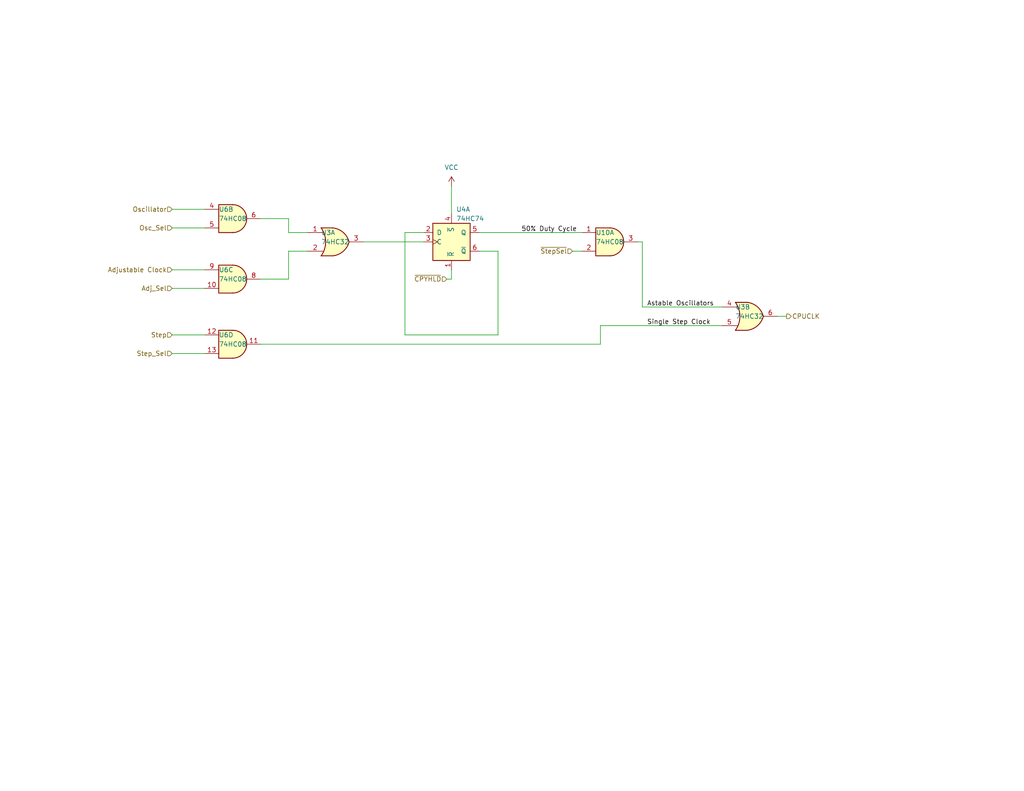
<source format=kicad_sch>
(kicad_sch (version 20230121) (generator eeschema)
  (paper "USLetter")
  (title_block (date "2023-11-22") (rev "1.0.2") (company "16-Bit Computer From Scratch") (comment 1 "Adam Clark (@eryjus)"))
  (lib_symbols
    (symbol "74xx:74HC74" (pin_names (offset 1.016))
      (property "Reference" "U" (at -7.62 8.89 0))
      (property "Value" "74HC74" (at -7.62 -8.89 0))
      (symbol "74HC74_1_0"
        (pin input line (at 0 -7.62 90) (length 2.54) (name "~{R}") (number "1"))
        (pin input line (at -7.62 2.54 0) (length 2.54) (name "D") (number "2"))
        (pin input clock (at -7.62 0 0) (length 2.54) (name "C") (number "3"))
        (pin input line (at 0 7.62 270) (length 2.54) (name "~{S}") (number "4"))
        (pin output line (at 7.62 2.54 180) (length 2.54) (name "Q") (number "5"))
        (pin output line (at 7.62 -2.54 180) (length 2.54) (name "~{Q}") (number "6"))
      )
      (symbol "74HC74_1_1"
        (rectangle (start -5.08 5.08) (end 5.08 -5.08) (stroke (width 0.254)) (fill (type background)))
      )
      (symbol "74HC74_2_0"
        (pin input line (at 0 7.62 270) (length 2.54) (name "~{S}") (number "10"))
        (pin input clock (at -7.62 0 0) (length 2.54) (name "C") (number "11"))
        (pin input line (at -7.62 2.54 0) (length 2.54) (name "D") (number "12"))
        (pin input line (at 0 -7.62 90) (length 2.54) (name "~{R}") (number "13"))
        (pin output line (at 7.62 -2.54 180) (length 2.54) (name "~{Q}") (number "8"))
        (pin output line (at 7.62 2.54 180) (length 2.54) (name "Q") (number "9"))
      )
      (symbol "74HC74_2_1"
        (rectangle (start -5.08 5.08) (end 5.08 -5.08) (stroke (width 0.254)) (fill (type background)))
      )
      (symbol "74HC74_3_0"
        (pin power_in line (at 0 10.16 270) (length 2.54) (name "VCC") (number "14"))
        (pin power_in line (at 0 -10.16 90) (length 2.54) (name "GND") (number "7"))
      )
      (symbol "74HC74_3_1"
        (rectangle (start -5.08 7.62) (end 5.08 -7.62) (stroke (width 0.254)) (fill (type background)))
      )
    )
    (symbol "eryjus:74HC08" (pin_names (offset 1.016))
      (property "Reference" "U" (at 0 1.27 0))
      (property "Value" "74HC08" (at 0 -1.27 0))
      (symbol "74HC08_1_1"
        (arc (start 0 -3.81) (mid 3.7934 0) (end 0 3.81) (stroke (width 0.254)) (fill (type background)))
        (polyline (pts (xy 0 3.81) (xy -3.81 3.81) (xy -3.81 -3.81) (xy 0 -3.81)) (stroke (width 0.254)) (fill (type background)))
        (pin input line (at -7.62 2.54 0) (length 3.81) (name "~") (number "1"))
        (pin input line (at -7.62 -2.54 0) (length 3.81) (name "~") (number "2"))
        (pin output line (at 7.62 0 180) (length 3.81) (name "~") (number "3"))
      )
      (symbol "74HC08_1_2"
        (arc (start -3.81 -3.81) (mid -2.589 0) (end -3.81 3.81) (stroke (width 0.254)))
        (arc (start -0.6096 -3.81) (mid 2.1842 -2.5851) (end 3.81 0) (stroke (width 0.254)) (fill (type background)))
        (polyline (pts (xy -3.81 -3.81) (xy -0.635 -3.81)) (stroke (width 0.254)) (fill (type background)))
        (polyline (pts (xy -3.81 3.81) (xy -0.635 3.81)) (stroke (width 0.254)) (fill (type background)))
        (polyline (pts (xy -0.635 3.81) (xy -3.81 3.81) (xy -3.81 3.81) (xy -3.556 3.4036) (xy -3.0226 2.2606) (xy -2.6924 1.0414) (xy -2.6162 -0.254) (xy -2.7686 -1.4986) (xy -3.175 -2.7178) (xy -3.81 -3.81) (xy -3.81 -3.81) (xy -0.635 -3.81)) (stroke (width -25.4)) (fill (type background)))
        (arc (start 3.81 0) (mid 2.1915 2.5936) (end -0.6096 3.81) (stroke (width 0.254)) (fill (type background)))
        (pin input inverted (at -7.62 2.54 0) (length 4.318) (name "~") (number "1"))
        (pin input inverted (at -7.62 -2.54 0) (length 4.318) (name "~") (number "2"))
        (pin output inverted (at 7.62 0 180) (length 3.81) (name "~") (number "3"))
      )
      (symbol "74HC08_2_1"
        (arc (start 0 -3.81) (mid 3.7934 0) (end 0 3.81) (stroke (width 0.254)) (fill (type background)))
        (polyline (pts (xy 0 3.81) (xy -3.81 3.81) (xy -3.81 -3.81) (xy 0 -3.81)) (stroke (width 0.254)) (fill (type background)))
        (pin input line (at -7.62 2.54 0) (length 3.81) (name "~") (number "4"))
        (pin input line (at -7.62 -2.54 0) (length 3.81) (name "~") (number "5"))
        (pin output line (at 7.62 0 180) (length 3.81) (name "~") (number "6"))
      )
      (symbol "74HC08_2_2"
        (arc (start -3.81 -3.81) (mid -2.589 0) (end -3.81 3.81) (stroke (width 0.254)))
        (arc (start -0.6096 -3.81) (mid 2.1842 -2.5851) (end 3.81 0) (stroke (width 0.254)) (fill (type background)))
        (polyline (pts (xy -3.81 -3.81) (xy -0.635 -3.81)) (stroke (width 0.254)) (fill (type background)))
        (polyline (pts (xy -3.81 3.81) (xy -0.635 3.81)) (stroke (width 0.254)) (fill (type background)))
        (polyline (pts (xy -0.635 3.81) (xy -3.81 3.81) (xy -3.81 3.81) (xy -3.556 3.4036) (xy -3.0226 2.2606) (xy -2.6924 1.0414) (xy -2.6162 -0.254) (xy -2.7686 -1.4986) (xy -3.175 -2.7178) (xy -3.81 -3.81) (xy -3.81 -3.81) (xy -0.635 -3.81)) (stroke (width -25.4)) (fill (type background)))
        (arc (start 3.81 0) (mid 2.1915 2.5936) (end -0.6096 3.81) (stroke (width 0.254)) (fill (type background)))
        (pin input inverted (at -7.62 2.54 0) (length 4.318) (name "~") (number "4"))
        (pin input inverted (at -7.62 -2.54 0) (length 4.318) (name "~") (number "5"))
        (pin output inverted (at 7.62 0 180) (length 3.81) (name "~") (number "6"))
      )
      (symbol "74HC08_3_1"
        (arc (start 0 -3.81) (mid 3.7934 0) (end 0 3.81) (stroke (width 0.254)) (fill (type background)))
        (polyline (pts (xy 0 3.81) (xy -3.81 3.81) (xy -3.81 -3.81) (xy 0 -3.81)) (stroke (width 0.254)) (fill (type background)))
        (pin input line (at -7.62 -2.54 0) (length 3.81) (name "~") (number "10"))
        (pin output line (at 7.62 0 180) (length 3.81) (name "~") (number "8"))
        (pin input line (at -7.62 2.54 0) (length 3.81) (name "~") (number "9"))
      )
      (symbol "74HC08_3_2"
        (arc (start -3.81 -3.81) (mid -2.589 0) (end -3.81 3.81) (stroke (width 0.254)))
        (arc (start -0.6096 -3.81) (mid 2.1842 -2.5851) (end 3.81 0) (stroke (width 0.254)) (fill (type background)))
        (polyline (pts (xy -3.81 -3.81) (xy -0.635 -3.81)) (stroke (width 0.254)) (fill (type background)))
        (polyline (pts (xy -3.81 3.81) (xy -0.635 3.81)) (stroke (width 0.254)) (fill (type background)))
        (polyline (pts (xy -0.635 3.81) (xy -3.81 3.81) (xy -3.81 3.81) (xy -3.556 3.4036) (xy -3.0226 2.2606) (xy -2.6924 1.0414) (xy -2.6162 -0.254) (xy -2.7686 -1.4986) (xy -3.175 -2.7178) (xy -3.81 -3.81) (xy -3.81 -3.81) (xy -0.635 -3.81)) (stroke (width -25.4)) (fill (type background)))
        (arc (start 3.81 0) (mid 2.1915 2.5936) (end -0.6096 3.81) (stroke (width 0.254)) (fill (type background)))
        (pin input inverted (at -7.62 -2.54 0) (length 4.318) (name "~") (number "10"))
        (pin output inverted (at 7.62 0 180) (length 3.81) (name "~") (number "8"))
        (pin input inverted (at -7.62 2.54 0) (length 4.318) (name "~") (number "9"))
      )
      (symbol "74HC08_4_1"
        (arc (start 0 -3.81) (mid 3.7934 0) (end 0 3.81) (stroke (width 0.254)) (fill (type background)))
        (polyline (pts (xy 0 3.81) (xy -3.81 3.81) (xy -3.81 -3.81) (xy 0 -3.81)) (stroke (width 0.254)) (fill (type background)))
        (pin output line (at 7.62 0 180) (length 3.81) (name "~") (number "11"))
        (pin input line (at -7.62 2.54 0) (length 3.81) (name "~") (number "12"))
        (pin input line (at -7.62 -2.54 0) (length 3.81) (name "~") (number "13"))
      )
      (symbol "74HC08_4_2"
        (arc (start -3.81 -3.81) (mid -2.589 0) (end -3.81 3.81) (stroke (width 0.254)))
        (arc (start -0.6096 -3.81) (mid 2.1842 -2.5851) (end 3.81 0) (stroke (width 0.254)) (fill (type background)))
        (polyline (pts (xy -3.81 -3.81) (xy -0.635 -3.81)) (stroke (width 0.254)) (fill (type background)))
        (polyline (pts (xy -3.81 3.81) (xy -0.635 3.81)) (stroke (width 0.254)) (fill (type background)))
        (polyline (pts (xy -0.635 3.81) (xy -3.81 3.81) (xy -3.81 3.81) (xy -3.556 3.4036) (xy -3.0226 2.2606) (xy -2.6924 1.0414) (xy -2.6162 -0.254) (xy -2.7686 -1.4986) (xy -3.175 -2.7178) (xy -3.81 -3.81) (xy -3.81 -3.81) (xy -0.635 -3.81)) (stroke (width -25.4)) (fill (type background)))
        (arc (start 3.81 0) (mid 2.1915 2.5936) (end -0.6096 3.81) (stroke (width 0.254)) (fill (type background)))
        (pin output inverted (at 7.62 0 180) (length 3.81) (name "~") (number "11"))
        (pin input inverted (at -7.62 2.54 0) (length 4.318) (name "~") (number "12"))
        (pin input inverted (at -7.62 -2.54 0) (length 4.318) (name "~") (number "13"))
      )
      (symbol "74HC08_5_0"
        (pin power_in line (at 0 12.7 270) (length 5.08) (name "VCC") (number "14"))
        (pin power_in line (at 0 -12.7 90) (length 5.08) (name "GND") (number "7"))
      )
      (symbol "74HC08_5_1"
        (rectangle (start -5.08 7.62) (end 5.08 -7.62) (stroke (width 0.254)) (fill (type background)))
      )
    )
    (symbol "eryjus:74HC32" (pin_names (offset 1.016))
      (property "Reference" "U" (at 0 1.27 0))
      (property "Value" "74HC32" (at 0 -1.27 0))
      (symbol "74HC32_1_1"
        (arc (start -3.81 -3.81) (mid -2.589 0) (end -3.81 3.81) (stroke (width 0.254)))
        (arc (start -0.6096 -3.81) (mid 2.1842 -2.5851) (end 3.81 0) (stroke (width 0.254)) (fill (type background)))
        (polyline (pts (xy -3.81 -3.81) (xy -0.635 -3.81)) (stroke (width 0.254)) (fill (type background)))
        (polyline (pts (xy -3.81 3.81) (xy -0.635 3.81)) (stroke (width 0.254)) (fill (type background)))
        (polyline (pts (xy -0.635 3.81) (xy -3.81 3.81) (xy -3.81 3.81) (xy -3.556 3.4036) (xy -3.0226 2.2606) (xy -2.6924 1.0414) (xy -2.6162 -0.254) (xy -2.7686 -1.4986) (xy -3.175 -2.7178) (xy -3.81 -3.81) (xy -3.81 -3.81) (xy -0.635 -3.81)) (stroke (width -25.4)) (fill (type background)))
        (arc (start 3.81 0) (mid 2.1915 2.5936) (end -0.6096 3.81) (stroke (width 0.254)) (fill (type background)))
        (pin input line (at -7.62 2.54 0) (length 4.318) (name "~") (number "1"))
        (pin input line (at -7.62 -2.54 0) (length 4.318) (name "~") (number "2"))
        (pin output line (at 7.62 0 180) (length 3.81) (name "~") (number "3"))
      )
      (symbol "74HC32_1_2"
        (arc (start 0 -3.81) (mid 3.7934 0) (end 0 3.81) (stroke (width 0.254)) (fill (type background)))
        (polyline (pts (xy 0 3.81) (xy -3.81 3.81) (xy -3.81 -3.81) (xy 0 -3.81)) (stroke (width 0.254)) (fill (type background)))
        (pin input inverted (at -7.62 2.54 0) (length 3.81) (name "~") (number "1"))
        (pin input inverted (at -7.62 -2.54 0) (length 3.81) (name "~") (number "2"))
        (pin output inverted (at 7.62 0 180) (length 3.81) (name "~") (number "3"))
      )
      (symbol "74HC32_2_1"
        (arc (start -3.81 -3.81) (mid -2.589 0) (end -3.81 3.81) (stroke (width 0.254)))
        (arc (start -0.6096 -3.81) (mid 2.1842 -2.5851) (end 3.81 0) (stroke (width 0.254)) (fill (type background)))
        (polyline (pts (xy -3.81 -3.81) (xy -0.635 -3.81)) (stroke (width 0.254)) (fill (type background)))
        (polyline (pts (xy -3.81 3.81) (xy -0.635 3.81)) (stroke (width 0.254)) (fill (type background)))
        (polyline (pts (xy -0.635 3.81) (xy -3.81 3.81) (xy -3.81 3.81) (xy -3.556 3.4036) (xy -3.0226 2.2606) (xy -2.6924 1.0414) (xy -2.6162 -0.254) (xy -2.7686 -1.4986) (xy -3.175 -2.7178) (xy -3.81 -3.81) (xy -3.81 -3.81) (xy -0.635 -3.81)) (stroke (width -25.4)) (fill (type background)))
        (arc (start 3.81 0) (mid 2.1915 2.5936) (end -0.6096 3.81) (stroke (width 0.254)) (fill (type background)))
        (pin input line (at -7.62 2.54 0) (length 4.318) (name "~") (number "4"))
        (pin input line (at -7.62 -2.54 0) (length 4.318) (name "~") (number "5"))
        (pin output line (at 7.62 0 180) (length 3.81) (name "~") (number "6"))
      )
      (symbol "74HC32_2_2"
        (arc (start 0 -3.81) (mid 3.7934 0) (end 0 3.81) (stroke (width 0.254)) (fill (type background)))
        (polyline (pts (xy 0 3.81) (xy -3.81 3.81) (xy -3.81 -3.81) (xy 0 -3.81)) (stroke (width 0.254)) (fill (type background)))
        (pin input inverted (at -7.62 2.54 0) (length 3.81) (name "~") (number "4"))
        (pin input inverted (at -7.62 -2.54 0) (length 3.81) (name "~") (number "5"))
        (pin output inverted (at 7.62 0 180) (length 3.81) (name "~") (number "6"))
      )
      (symbol "74HC32_3_1"
        (arc (start -3.81 -3.81) (mid -2.589 0) (end -3.81 3.81) (stroke (width 0.254)))
        (arc (start -0.6096 -3.81) (mid 2.1842 -2.5851) (end 3.81 0) (stroke (width 0.254)) (fill (type background)))
        (polyline (pts (xy -3.81 -3.81) (xy -0.635 -3.81)) (stroke (width 0.254)) (fill (type background)))
        (polyline (pts (xy -3.81 3.81) (xy -0.635 3.81)) (stroke (width 0.254)) (fill (type background)))
        (polyline (pts (xy -0.635 3.81) (xy -3.81 3.81) (xy -3.81 3.81) (xy -3.556 3.4036) (xy -3.0226 2.2606) (xy -2.6924 1.0414) (xy -2.6162 -0.254) (xy -2.7686 -1.4986) (xy -3.175 -2.7178) (xy -3.81 -3.81) (xy -3.81 -3.81) (xy -0.635 -3.81)) (stroke (width -25.4)) (fill (type background)))
        (arc (start 3.81 0) (mid 2.1915 2.5936) (end -0.6096 3.81) (stroke (width 0.254)) (fill (type background)))
        (pin input line (at -7.62 -2.54 0) (length 4.318) (name "~") (number "10"))
        (pin output line (at 7.62 0 180) (length 3.81) (name "~") (number "8"))
        (pin input line (at -7.62 2.54 0) (length 4.318) (name "~") (number "9"))
      )
      (symbol "74HC32_3_2"
        (arc (start 0 -3.81) (mid 3.7934 0) (end 0 3.81) (stroke (width 0.254)) (fill (type background)))
        (polyline (pts (xy 0 3.81) (xy -3.81 3.81) (xy -3.81 -3.81) (xy 0 -3.81)) (stroke (width 0.254)) (fill (type background)))
        (pin input inverted (at -7.62 -2.54 0) (length 3.81) (name "~") (number "10"))
        (pin output inverted (at 7.62 0 180) (length 3.81) (name "~") (number "8"))
        (pin input inverted (at -7.62 2.54 0) (length 3.81) (name "~") (number "9"))
      )
      (symbol "74HC32_4_1"
        (arc (start -3.81 -3.81) (mid -2.589 0) (end -3.81 3.81) (stroke (width 0.254)))
        (arc (start -0.6096 -3.81) (mid 2.1842 -2.5851) (end 3.81 0) (stroke (width 0.254)) (fill (type background)))
        (polyline (pts (xy -3.81 -3.81) (xy -0.635 -3.81)) (stroke (width 0.254)) (fill (type background)))
        (polyline (pts (xy -3.81 3.81) (xy -0.635 3.81)) (stroke (width 0.254)) (fill (type background)))
        (polyline (pts (xy -0.635 3.81) (xy -3.81 3.81) (xy -3.81 3.81) (xy -3.556 3.4036) (xy -3.0226 2.2606) (xy -2.6924 1.0414) (xy -2.6162 -0.254) (xy -2.7686 -1.4986) (xy -3.175 -2.7178) (xy -3.81 -3.81) (xy -3.81 -3.81) (xy -0.635 -3.81)) (stroke (width -25.4)) (fill (type background)))
        (arc (start 3.81 0) (mid 2.1915 2.5936) (end -0.6096 3.81) (stroke (width 0.254)) (fill (type background)))
        (pin output line (at 7.62 0 180) (length 3.81) (name "~") (number "11"))
        (pin input line (at -7.62 2.54 0) (length 4.318) (name "~") (number "12"))
        (pin input line (at -7.62 -2.54 0) (length 4.318) (name "~") (number "13"))
      )
      (symbol "74HC32_4_2"
        (arc (start 0 -3.81) (mid 3.7934 0) (end 0 3.81) (stroke (width 0.254)) (fill (type background)))
        (polyline (pts (xy 0 3.81) (xy -3.81 3.81) (xy -3.81 -3.81) (xy 0 -3.81)) (stroke (width 0.254)) (fill (type background)))
        (pin output inverted (at 7.62 0 180) (length 3.81) (name "~") (number "11"))
        (pin input inverted (at -7.62 2.54 0) (length 3.81) (name "~") (number "12"))
        (pin input inverted (at -7.62 -2.54 0) (length 3.81) (name "~") (number "13"))
      )
      (symbol "74HC32_5_0"
        (pin power_in line (at 0 12.7 270) (length 5.08) (name "VCC") (number "14"))
        (pin power_in line (at 0 -12.7 90) (length 5.08) (name "GND") (number "7"))
      )
      (symbol "74HC32_5_1"
        (rectangle (start -5.08 7.62) (end 5.08 -7.62) (stroke (width 0.254)) (fill (type background)))
      )
    )
    (symbol "power:VCC" (power) (pin_names (offset 0))
      (property "Value" "VCC" (at 0 3.81 0))
      (symbol "VCC_0_1"
        (polyline (pts (xy -0.762 1.27) (xy 0 2.54)))
        (polyline (pts (xy 0 0) (xy 0 2.54)))
        (polyline (pts (xy 0 2.54) (xy 0.762 1.27)))
      )
      (symbol "VCC_1_1"
        (pin power_in line (at 0 0 90) (length 0) hide (name "VCC") (number "1"))
      )
    )
  )
  (wire (pts (xy 173.99 66.04) (xy 175.26 66.04)))
  (wire (pts (xy 130.81 63.5) (xy 158.75 63.5)))
  (wire (pts (xy 123.19 50.8) (xy 123.19 58.42)))
  (wire (pts (xy 156.21 68.58) (xy 158.75 68.58)))
  (wire (pts (xy 175.26 83.82) (xy 196.85 83.82)))
  (wire (pts (xy 78.74 76.2) (xy 78.74 68.58)))
  (wire (pts (xy 99.06 66.04) (xy 115.57 66.04)))
  (wire (pts (xy 55.88 73.66) (xy 46.99 73.66)))
  (wire (pts (xy 163.83 88.9) (xy 196.85 88.9)))
  (wire (pts (xy 55.88 78.74) (xy 46.99 78.74)))
  (wire (pts (xy 78.74 59.69) (xy 78.74 63.5)))
  (wire (pts (xy 71.12 76.2) (xy 78.74 76.2)))
  (wire (pts (xy 78.74 63.5) (xy 83.82 63.5)))
  (wire (pts (xy 71.12 93.98) (xy 163.83 93.98)))
  (wire (pts (xy 163.83 93.98) (xy 163.83 88.9)))
  (wire (pts (xy 55.88 96.52) (xy 46.99 96.52)))
  (wire (pts (xy 135.89 91.44) (xy 110.49 91.44)))
  (wire (pts (xy 55.88 62.23) (xy 46.99 62.23)))
  (wire (pts (xy 135.89 68.58) (xy 135.89 91.44)))
  (wire (pts (xy 212.09 86.36) (xy 214.63 86.36)))
  (wire (pts (xy 123.19 73.66) (xy 123.19 76.2)))
  (wire (pts (xy 110.49 63.5) (xy 115.57 63.5)))
  (wire (pts (xy 123.19 76.2) (xy 121.92 76.2)))
  (wire (pts (xy 55.88 91.44) (xy 46.99 91.44)))
  (wire (pts (xy 130.81 68.58) (xy 135.89 68.58)))
  (wire (pts (xy 175.26 66.04) (xy 175.26 83.82)))
  (wire (pts (xy 55.88 57.15) (xy 46.99 57.15)))
  (wire (pts (xy 78.74 68.58) (xy 83.82 68.58)))
  (wire (pts (xy 71.12 59.69) (xy 78.74 59.69)))
  (wire (pts (xy 110.49 91.44) (xy 110.49 63.5)))
  (label "50% Duty Cycle" (at 142.24 63.5 0))
  (label "Astable Oscillators" (at 176.53 83.82 0))
  (label "Single Step Clock" (at 176.53 88.9 0))
  (hierarchical_label "Adjustable Clock" (shape input) (at 46.99 73.66 180))
  (hierarchical_label "Adj_Sel" (shape input) (at 46.99 78.74 180))
  (hierarchical_label "Oscillator" (shape input) (at 46.99 57.15 180))
  (hierarchical_label "CPUCLK" (shape output) (at 214.63 86.36 0))
  (hierarchical_label "Step" (shape input) (at 46.99 91.44 180))
  (hierarchical_label "~{StepSel}" (shape input) (at 156.21 68.58 180))
  (hierarchical_label "Step_Sel" (shape input) (at 46.99 96.52 180))
  (hierarchical_label "Osc_Sel" (shape input) (at 46.99 62.23 180))
  (hierarchical_label "~{CPYHLD}" (shape input) (at 121.92 76.2 180))
  (symbol (lib_id "eryjus:74HC32") (at 91.44 66.04 0) (unit 1)
    (property "Reference" "U3" (at 87.63 63.5 0) (effects (justify left)))
    (property "Value" "74HC32" (at 87.63 66.04 0) (effects (justify left)))
    (property "Datasheet" "http://www.ti.com/lit/gpn/sn74HC32" (effects hide))
  )
  (symbol (lib_id "power:VCC") (at 123.19 50.8 0) (unit 1)
    (property "Reference" "#PWR013" (effects hide))
    (property "Value" "VCC" (at 123.19 45.72 0))
  )
  (symbol (lib_id "eryjus:74HC08") (at 63.5 93.98 0) (unit 4)
    (property "Reference" "U6" (at 59.69 91.44 0) (effects (justify left)))
    (property "Value" "74HC08" (at 59.69 93.98 0) (effects (justify left)))
    (property "Datasheet" "http://www.ti.com/lit/gpn/sn74HC08" (effects hide))
  )
  (symbol (lib_id "eryjus:74HC08") (at 166.37 66.04 0) (unit 1)
    (property "Reference" "U10" (at 162.56 63.5 0) (effects (justify left)))
    (property "Value" "74HC08" (at 162.56 66.04 0) (effects (justify left)))
    (property "Datasheet" "http://www.ti.com/lit/gpn/sn74HC08" (effects hide))
  )
  (symbol (lib_id "eryjus:74HC32") (at 204.47 86.36 0) (unit 2)
    (property "Reference" "U3" (at 200.66 83.82 0) (effects (justify left)))
    (property "Value" "74HC32" (at 200.66 86.36 0) (effects (justify left)))
    (property "Datasheet" "http://www.ti.com/lit/gpn/sn74HC32" (effects hide))
  )
  (symbol (lib_id "74xx:74HC74") (at 123.19 66.04 0) (unit 1)
    (property "Reference" "U4" (at 124.46 57.15 0) (effects (justify left)))
    (property "Value" "74HC74" (at 124.46 59.69 0) (effects (justify left)))
    (property "Datasheet" "74xx/74hc_hct74.pdf" (effects hide))
  )
  (symbol (lib_id "eryjus:74HC08") (at 63.5 76.2 0) (unit 3)
    (property "Reference" "U6" (at 59.69 73.66 0) (effects (justify left)))
    (property "Value" "74HC08" (at 59.69 76.2 0) (effects (justify left)))
    (property "Datasheet" "http://www.ti.com/lit/gpn/sn74HC08" (effects hide))
  )
  (symbol (lib_id "eryjus:74HC08") (at 63.5 59.69 0) (unit 2)
    (property "Reference" "U6" (at 59.69 57.15 0) (effects (justify left)))
    (property "Value" "74HC08" (at 59.69 59.69 0) (effects (justify left)))
    (property "Datasheet" "http://www.ti.com/lit/gpn/sn74HC08" (effects hide))
  )
)
</source>
